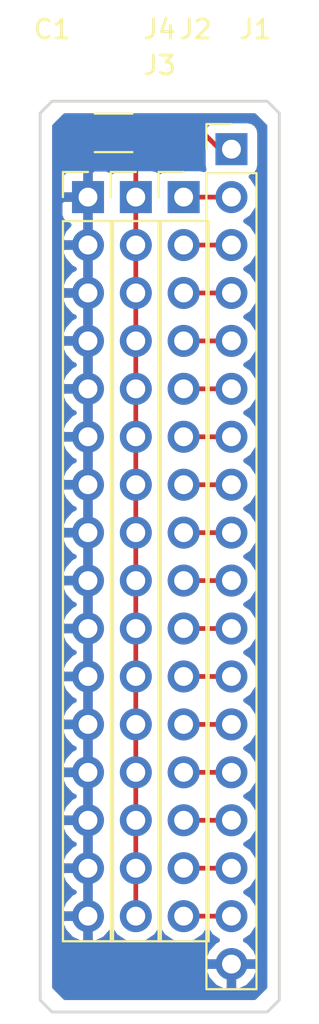
<source format=kicad_pcb>
(kicad_pcb (version 4) (host pcbnew 4.0.7)

  (general
    (links 50)
    (no_connects 0)
    (area 113.362381 88.541428 130.47762 143.105)
    (thickness 1.6)
    (drawings 8)
    (tracks 57)
    (zones 0)
    (modules 5)
    (nets 19)
  )

  (page A4)
  (layers
    (0 F.Cu signal)
    (31 B.Cu signal)
    (32 B.Adhes user)
    (33 F.Adhes user)
    (34 B.Paste user)
    (35 F.Paste user)
    (36 B.SilkS user)
    (37 F.SilkS user)
    (38 B.Mask user)
    (39 F.Mask user)
    (40 Dwgs.User user)
    (41 Cmts.User user)
    (42 Eco1.User user)
    (43 Eco2.User user)
    (44 Edge.Cuts user)
    (45 Margin user)
    (46 B.CrtYd user)
    (47 F.CrtYd user)
    (48 B.Fab user)
    (49 F.Fab user)
  )

  (setup
    (last_trace_width 0.25)
    (trace_clearance 0.2)
    (zone_clearance 0.508)
    (zone_45_only yes)
    (trace_min 0.2)
    (segment_width 0.2)
    (edge_width 0.15)
    (via_size 0.6)
    (via_drill 0.4)
    (via_min_size 0.4)
    (via_min_drill 0.3)
    (uvia_size 0.3)
    (uvia_drill 0.1)
    (uvias_allowed no)
    (uvia_min_size 0.2)
    (uvia_min_drill 0.1)
    (pcb_text_width 0.3)
    (pcb_text_size 1.5 1.5)
    (mod_edge_width 0.15)
    (mod_text_size 1 1)
    (mod_text_width 0.15)
    (pad_size 1.524 1.524)
    (pad_drill 0.762)
    (pad_to_mask_clearance 0.2)
    (aux_axis_origin 0 0)
    (visible_elements 7FFFFFFF)
    (pcbplotparams
      (layerselection 0x010f0_80000001)
      (usegerberextensions false)
      (excludeedgelayer true)
      (linewidth 0.100000)
      (plotframeref false)
      (viasonmask false)
      (mode 1)
      (useauxorigin false)
      (hpglpennumber 1)
      (hpglpenspeed 20)
      (hpglpendiameter 15)
      (hpglpenoverlay 2)
      (psnegative false)
      (psa4output false)
      (plotreference true)
      (plotvalue true)
      (plotinvisibletext false)
      (padsonsilk false)
      (subtractmaskfromsilk false)
      (outputformat 1)
      (mirror false)
      (drillshape 0)
      (scaleselection 1)
      (outputdirectory gerber/))
  )

  (net 0 "")
  (net 1 +5V)
  (net 2 GND)
  (net 3 "Net-(J3-Pad1)")
  (net 4 "Net-(J3-Pad2)")
  (net 5 "Net-(J3-Pad3)")
  (net 6 "Net-(J3-Pad4)")
  (net 7 "Net-(J3-Pad5)")
  (net 8 "Net-(J3-Pad6)")
  (net 9 "Net-(J3-Pad7)")
  (net 10 "Net-(J3-Pad8)")
  (net 11 "Net-(J3-Pad9)")
  (net 12 "Net-(J3-Pad10)")
  (net 13 "Net-(J3-Pad11)")
  (net 14 "Net-(J3-Pad12)")
  (net 15 "Net-(J3-Pad13)")
  (net 16 "Net-(J3-Pad14)")
  (net 17 "Net-(J3-Pad15)")
  (net 18 "Net-(J3-Pad16)")

  (net_class Default "This is the default net class."
    (clearance 0.2)
    (trace_width 0.25)
    (via_dia 0.6)
    (via_drill 0.4)
    (uvia_dia 0.3)
    (uvia_drill 0.1)
    (add_net +5V)
    (add_net GND)
    (add_net "Net-(J3-Pad1)")
    (add_net "Net-(J3-Pad10)")
    (add_net "Net-(J3-Pad11)")
    (add_net "Net-(J3-Pad12)")
    (add_net "Net-(J3-Pad13)")
    (add_net "Net-(J3-Pad14)")
    (add_net "Net-(J3-Pad15)")
    (add_net "Net-(J3-Pad16)")
    (add_net "Net-(J3-Pad2)")
    (add_net "Net-(J3-Pad3)")
    (add_net "Net-(J3-Pad4)")
    (add_net "Net-(J3-Pad5)")
    (add_net "Net-(J3-Pad6)")
    (add_net "Net-(J3-Pad7)")
    (add_net "Net-(J3-Pad8)")
    (add_net "Net-(J3-Pad9)")
  )

  (module Capacitors_SMD:C_1206 (layer F.Cu) (tedit 5E5E5A72) (tstamp 5E5BD2B5)
    (at 119.4689 95.6564 180)
    (descr "Capacitor SMD 1206, reflow soldering, AVX (see smccp.pdf)")
    (tags "capacitor 1206")
    (path /5E5BE13B)
    (attr smd)
    (fp_text reference C1 (at 3.2639 5.4864 180) (layer F.SilkS)
      (effects (font (size 1 1) (thickness 0.15)))
    )
    (fp_text value 104 (at 1.3589 5.4864 270) (layer F.Fab)
      (effects (font (size 1 1) (thickness 0.15)))
    )
    (fp_text user %R (at 2.6289 4.2164 180) (layer F.Fab)
      (effects (font (size 1 1) (thickness 0.15)))
    )
    (fp_line (start -1.6 0.8) (end -1.6 -0.8) (layer F.Fab) (width 0.1))
    (fp_line (start 1.6 0.8) (end -1.6 0.8) (layer F.Fab) (width 0.1))
    (fp_line (start 1.6 -0.8) (end 1.6 0.8) (layer F.Fab) (width 0.1))
    (fp_line (start -1.6 -0.8) (end 1.6 -0.8) (layer F.Fab) (width 0.1))
    (fp_line (start 1 -1.02) (end -1 -1.02) (layer F.SilkS) (width 0.12))
    (fp_line (start -1 1.02) (end 1 1.02) (layer F.SilkS) (width 0.12))
    (fp_line (start -2.25 -1.05) (end 2.25 -1.05) (layer F.CrtYd) (width 0.05))
    (fp_line (start -2.25 -1.05) (end -2.25 1.05) (layer F.CrtYd) (width 0.05))
    (fp_line (start 2.25 1.05) (end 2.25 -1.05) (layer F.CrtYd) (width 0.05))
    (fp_line (start 2.25 1.05) (end -2.25 1.05) (layer F.CrtYd) (width 0.05))
    (pad 1 smd rect (at -1.5 0 180) (size 1 1.6) (layers F.Cu F.Paste F.Mask)
      (net 1 +5V))
    (pad 2 smd rect (at 1.5 0 180) (size 1 1.6) (layers F.Cu F.Paste F.Mask)
      (net 2 GND))
    (model Capacitors_SMD.3dshapes/C_1206.wrl
      (at (xyz 0 0 0))
      (scale (xyz 1 1 1))
      (rotate (xyz 0 0 0))
    )
  )

  (module Pin_Headers:Pin_Header_Straight_1x16_Pitch2.54mm (layer F.Cu) (tedit 5E5E59F3) (tstamp 5E5BD2D9)
    (at 118.11 99.06)
    (descr "Through hole straight pin header, 1x16, 2.54mm pitch, single row")
    (tags "Through hole pin header THT 1x16 2.54mm single row")
    (path /5E5BD26B)
    (fp_text reference J1 (at 8.89 -8.89) (layer F.SilkS)
      (effects (font (size 1 1) (thickness 0.15)))
    )
    (fp_text value Conn_01x16 (at 0 40.43) (layer F.Fab)
      (effects (font (size 1 1) (thickness 0.15)))
    )
    (fp_line (start -0.635 -1.27) (end 1.27 -1.27) (layer F.Fab) (width 0.1))
    (fp_line (start 1.27 -1.27) (end 1.27 39.37) (layer F.Fab) (width 0.1))
    (fp_line (start 1.27 39.37) (end -1.27 39.37) (layer F.Fab) (width 0.1))
    (fp_line (start -1.27 39.37) (end -1.27 -0.635) (layer F.Fab) (width 0.1))
    (fp_line (start -1.27 -0.635) (end -0.635 -1.27) (layer F.Fab) (width 0.1))
    (fp_line (start -1.33 39.43) (end 1.33 39.43) (layer F.SilkS) (width 0.12))
    (fp_line (start -1.33 1.27) (end -1.33 39.43) (layer F.SilkS) (width 0.12))
    (fp_line (start 1.33 1.27) (end 1.33 39.43) (layer F.SilkS) (width 0.12))
    (fp_line (start -1.33 1.27) (end 1.33 1.27) (layer F.SilkS) (width 0.12))
    (fp_line (start -1.33 0) (end -1.33 -1.33) (layer F.SilkS) (width 0.12))
    (fp_line (start -1.33 -1.33) (end 0 -1.33) (layer F.SilkS) (width 0.12))
    (fp_line (start -1.8 -1.8) (end -1.8 39.9) (layer F.CrtYd) (width 0.05))
    (fp_line (start -1.8 39.9) (end 1.8 39.9) (layer F.CrtYd) (width 0.05))
    (fp_line (start 1.8 39.9) (end 1.8 -1.8) (layer F.CrtYd) (width 0.05))
    (fp_line (start 1.8 -1.8) (end -1.8 -1.8) (layer F.CrtYd) (width 0.05))
    (fp_text user %R (at 0 19.05 90) (layer F.Fab)
      (effects (font (size 1 1) (thickness 0.15)))
    )
    (pad 1 thru_hole rect (at 0 0) (size 1.7 1.7) (drill 1) (layers *.Cu *.Mask)
      (net 2 GND))
    (pad 2 thru_hole oval (at 0 2.54) (size 1.7 1.7) (drill 1) (layers *.Cu *.Mask)
      (net 2 GND))
    (pad 3 thru_hole oval (at 0 5.08) (size 1.7 1.7) (drill 1) (layers *.Cu *.Mask)
      (net 2 GND))
    (pad 4 thru_hole oval (at 0 7.62) (size 1.7 1.7) (drill 1) (layers *.Cu *.Mask)
      (net 2 GND))
    (pad 5 thru_hole oval (at 0 10.16) (size 1.7 1.7) (drill 1) (layers *.Cu *.Mask)
      (net 2 GND))
    (pad 6 thru_hole oval (at 0 12.7) (size 1.7 1.7) (drill 1) (layers *.Cu *.Mask)
      (net 2 GND))
    (pad 7 thru_hole oval (at 0 15.24) (size 1.7 1.7) (drill 1) (layers *.Cu *.Mask)
      (net 2 GND))
    (pad 8 thru_hole oval (at 0 17.78) (size 1.7 1.7) (drill 1) (layers *.Cu *.Mask)
      (net 2 GND))
    (pad 9 thru_hole oval (at 0 20.32) (size 1.7 1.7) (drill 1) (layers *.Cu *.Mask)
      (net 2 GND))
    (pad 10 thru_hole oval (at 0 22.86) (size 1.7 1.7) (drill 1) (layers *.Cu *.Mask)
      (net 2 GND))
    (pad 11 thru_hole oval (at 0 25.4) (size 1.7 1.7) (drill 1) (layers *.Cu *.Mask)
      (net 2 GND))
    (pad 12 thru_hole oval (at 0 27.94) (size 1.7 1.7) (drill 1) (layers *.Cu *.Mask)
      (net 2 GND))
    (pad 13 thru_hole oval (at 0 30.48) (size 1.7 1.7) (drill 1) (layers *.Cu *.Mask)
      (net 2 GND))
    (pad 14 thru_hole oval (at 0 33.02) (size 1.7 1.7) (drill 1) (layers *.Cu *.Mask)
      (net 2 GND))
    (pad 15 thru_hole oval (at 0 35.56) (size 1.7 1.7) (drill 1) (layers *.Cu *.Mask)
      (net 2 GND))
    (pad 16 thru_hole oval (at 0 38.1) (size 1.7 1.7) (drill 1) (layers *.Cu *.Mask)
      (net 2 GND))
    (model ${KISYS3DMOD}/Pin_Headers.3dshapes/Pin_Header_Straight_1x16_Pitch2.54mm.wrl
      (at (xyz 0 0 0))
      (scale (xyz 1 1 1))
      (rotate (xyz 0 0 0))
    )
  )

  (module Pin_Headers:Pin_Header_Straight_1x16_Pitch2.54mm (layer F.Cu) (tedit 5E5E59F1) (tstamp 5E5BD2FD)
    (at 120.65 99.06)
    (descr "Through hole straight pin header, 1x16, 2.54mm pitch, single row")
    (tags "Through hole pin header THT 1x16 2.54mm single row")
    (path /5E5BD251)
    (fp_text reference J2 (at 3.175 -8.89) (layer F.SilkS)
      (effects (font (size 1 1) (thickness 0.15)))
    )
    (fp_text value Conn_01x16 (at 0 40.43) (layer F.Fab)
      (effects (font (size 1 1) (thickness 0.15)))
    )
    (fp_line (start -0.635 -1.27) (end 1.27 -1.27) (layer F.Fab) (width 0.1))
    (fp_line (start 1.27 -1.27) (end 1.27 39.37) (layer F.Fab) (width 0.1))
    (fp_line (start 1.27 39.37) (end -1.27 39.37) (layer F.Fab) (width 0.1))
    (fp_line (start -1.27 39.37) (end -1.27 -0.635) (layer F.Fab) (width 0.1))
    (fp_line (start -1.27 -0.635) (end -0.635 -1.27) (layer F.Fab) (width 0.1))
    (fp_line (start -1.33 39.43) (end 1.33 39.43) (layer F.SilkS) (width 0.12))
    (fp_line (start -1.33 1.27) (end -1.33 39.43) (layer F.SilkS) (width 0.12))
    (fp_line (start 1.33 1.27) (end 1.33 39.43) (layer F.SilkS) (width 0.12))
    (fp_line (start -1.33 1.27) (end 1.33 1.27) (layer F.SilkS) (width 0.12))
    (fp_line (start -1.33 0) (end -1.33 -1.33) (layer F.SilkS) (width 0.12))
    (fp_line (start -1.33 -1.33) (end 0 -1.33) (layer F.SilkS) (width 0.12))
    (fp_line (start -1.8 -1.8) (end -1.8 39.9) (layer F.CrtYd) (width 0.05))
    (fp_line (start -1.8 39.9) (end 1.8 39.9) (layer F.CrtYd) (width 0.05))
    (fp_line (start 1.8 39.9) (end 1.8 -1.8) (layer F.CrtYd) (width 0.05))
    (fp_line (start 1.8 -1.8) (end -1.8 -1.8) (layer F.CrtYd) (width 0.05))
    (fp_text user %R (at 0 19.05 90) (layer F.Fab)
      (effects (font (size 1 1) (thickness 0.15)))
    )
    (pad 1 thru_hole rect (at 0 0) (size 1.7 1.7) (drill 1) (layers *.Cu *.Mask)
      (net 1 +5V))
    (pad 2 thru_hole oval (at 0 2.54) (size 1.7 1.7) (drill 1) (layers *.Cu *.Mask)
      (net 1 +5V))
    (pad 3 thru_hole oval (at 0 5.08) (size 1.7 1.7) (drill 1) (layers *.Cu *.Mask)
      (net 1 +5V))
    (pad 4 thru_hole oval (at 0 7.62) (size 1.7 1.7) (drill 1) (layers *.Cu *.Mask)
      (net 1 +5V))
    (pad 5 thru_hole oval (at 0 10.16) (size 1.7 1.7) (drill 1) (layers *.Cu *.Mask)
      (net 1 +5V))
    (pad 6 thru_hole oval (at 0 12.7) (size 1.7 1.7) (drill 1) (layers *.Cu *.Mask)
      (net 1 +5V))
    (pad 7 thru_hole oval (at 0 15.24) (size 1.7 1.7) (drill 1) (layers *.Cu *.Mask)
      (net 1 +5V))
    (pad 8 thru_hole oval (at 0 17.78) (size 1.7 1.7) (drill 1) (layers *.Cu *.Mask)
      (net 1 +5V))
    (pad 9 thru_hole oval (at 0 20.32) (size 1.7 1.7) (drill 1) (layers *.Cu *.Mask)
      (net 1 +5V))
    (pad 10 thru_hole oval (at 0 22.86) (size 1.7 1.7) (drill 1) (layers *.Cu *.Mask)
      (net 1 +5V))
    (pad 11 thru_hole oval (at 0 25.4) (size 1.7 1.7) (drill 1) (layers *.Cu *.Mask)
      (net 1 +5V))
    (pad 12 thru_hole oval (at 0 27.94) (size 1.7 1.7) (drill 1) (layers *.Cu *.Mask)
      (net 1 +5V))
    (pad 13 thru_hole oval (at 0 30.48) (size 1.7 1.7) (drill 1) (layers *.Cu *.Mask)
      (net 1 +5V))
    (pad 14 thru_hole oval (at 0 33.02) (size 1.7 1.7) (drill 1) (layers *.Cu *.Mask)
      (net 1 +5V))
    (pad 15 thru_hole oval (at 0 35.56) (size 1.7 1.7) (drill 1) (layers *.Cu *.Mask)
      (net 1 +5V))
    (pad 16 thru_hole oval (at 0 38.1) (size 1.7 1.7) (drill 1) (layers *.Cu *.Mask)
      (net 1 +5V))
    (model ${KISYS3DMOD}/Pin_Headers.3dshapes/Pin_Header_Straight_1x16_Pitch2.54mm.wrl
      (at (xyz 0 0 0))
      (scale (xyz 1 1 1))
      (rotate (xyz 0 0 0))
    )
  )

  (module Pin_Headers:Pin_Header_Straight_1x16_Pitch2.54mm (layer F.Cu) (tedit 5E5E59EF) (tstamp 5E5BD321)
    (at 123.19 99.06)
    (descr "Through hole straight pin header, 1x16, 2.54mm pitch, single row")
    (tags "Through hole pin header THT 1x16 2.54mm single row")
    (path /5E5BD238)
    (fp_text reference J3 (at -1.27 -6.985) (layer F.SilkS)
      (effects (font (size 1 1) (thickness 0.15)))
    )
    (fp_text value Conn_01x16 (at 0 40.43) (layer F.Fab)
      (effects (font (size 1 1) (thickness 0.15)))
    )
    (fp_line (start -0.635 -1.27) (end 1.27 -1.27) (layer F.Fab) (width 0.1))
    (fp_line (start 1.27 -1.27) (end 1.27 39.37) (layer F.Fab) (width 0.1))
    (fp_line (start 1.27 39.37) (end -1.27 39.37) (layer F.Fab) (width 0.1))
    (fp_line (start -1.27 39.37) (end -1.27 -0.635) (layer F.Fab) (width 0.1))
    (fp_line (start -1.27 -0.635) (end -0.635 -1.27) (layer F.Fab) (width 0.1))
    (fp_line (start -1.33 39.43) (end 1.33 39.43) (layer F.SilkS) (width 0.12))
    (fp_line (start -1.33 1.27) (end -1.33 39.43) (layer F.SilkS) (width 0.12))
    (fp_line (start 1.33 1.27) (end 1.33 39.43) (layer F.SilkS) (width 0.12))
    (fp_line (start -1.33 1.27) (end 1.33 1.27) (layer F.SilkS) (width 0.12))
    (fp_line (start -1.33 0) (end -1.33 -1.33) (layer F.SilkS) (width 0.12))
    (fp_line (start -1.33 -1.33) (end 0 -1.33) (layer F.SilkS) (width 0.12))
    (fp_line (start -1.8 -1.8) (end -1.8 39.9) (layer F.CrtYd) (width 0.05))
    (fp_line (start -1.8 39.9) (end 1.8 39.9) (layer F.CrtYd) (width 0.05))
    (fp_line (start 1.8 39.9) (end 1.8 -1.8) (layer F.CrtYd) (width 0.05))
    (fp_line (start 1.8 -1.8) (end -1.8 -1.8) (layer F.CrtYd) (width 0.05))
    (fp_text user %R (at 0 19.05 90) (layer F.Fab)
      (effects (font (size 1 1) (thickness 0.15)))
    )
    (pad 1 thru_hole rect (at 0 0) (size 1.7 1.7) (drill 1) (layers *.Cu *.Mask)
      (net 3 "Net-(J3-Pad1)"))
    (pad 2 thru_hole oval (at 0 2.54) (size 1.7 1.7) (drill 1) (layers *.Cu *.Mask)
      (net 4 "Net-(J3-Pad2)"))
    (pad 3 thru_hole oval (at 0 5.08) (size 1.7 1.7) (drill 1) (layers *.Cu *.Mask)
      (net 5 "Net-(J3-Pad3)"))
    (pad 4 thru_hole oval (at 0 7.62) (size 1.7 1.7) (drill 1) (layers *.Cu *.Mask)
      (net 6 "Net-(J3-Pad4)"))
    (pad 5 thru_hole oval (at 0 10.16) (size 1.7 1.7) (drill 1) (layers *.Cu *.Mask)
      (net 7 "Net-(J3-Pad5)"))
    (pad 6 thru_hole oval (at 0 12.7) (size 1.7 1.7) (drill 1) (layers *.Cu *.Mask)
      (net 8 "Net-(J3-Pad6)"))
    (pad 7 thru_hole oval (at 0 15.24) (size 1.7 1.7) (drill 1) (layers *.Cu *.Mask)
      (net 9 "Net-(J3-Pad7)"))
    (pad 8 thru_hole oval (at 0 17.78) (size 1.7 1.7) (drill 1) (layers *.Cu *.Mask)
      (net 10 "Net-(J3-Pad8)"))
    (pad 9 thru_hole oval (at 0 20.32) (size 1.7 1.7) (drill 1) (layers *.Cu *.Mask)
      (net 11 "Net-(J3-Pad9)"))
    (pad 10 thru_hole oval (at 0 22.86) (size 1.7 1.7) (drill 1) (layers *.Cu *.Mask)
      (net 12 "Net-(J3-Pad10)"))
    (pad 11 thru_hole oval (at 0 25.4) (size 1.7 1.7) (drill 1) (layers *.Cu *.Mask)
      (net 13 "Net-(J3-Pad11)"))
    (pad 12 thru_hole oval (at 0 27.94) (size 1.7 1.7) (drill 1) (layers *.Cu *.Mask)
      (net 14 "Net-(J3-Pad12)"))
    (pad 13 thru_hole oval (at 0 30.48) (size 1.7 1.7) (drill 1) (layers *.Cu *.Mask)
      (net 15 "Net-(J3-Pad13)"))
    (pad 14 thru_hole oval (at 0 33.02) (size 1.7 1.7) (drill 1) (layers *.Cu *.Mask)
      (net 16 "Net-(J3-Pad14)"))
    (pad 15 thru_hole oval (at 0 35.56) (size 1.7 1.7) (drill 1) (layers *.Cu *.Mask)
      (net 17 "Net-(J3-Pad15)"))
    (pad 16 thru_hole oval (at 0 38.1) (size 1.7 1.7) (drill 1) (layers *.Cu *.Mask)
      (net 18 "Net-(J3-Pad16)"))
    (model ${KISYS3DMOD}/Pin_Headers.3dshapes/Pin_Header_Straight_1x16_Pitch2.54mm.wrl
      (at (xyz 0 0 0))
      (scale (xyz 1 1 1))
      (rotate (xyz 0 0 0))
    )
  )

  (module Pin_Headers:Pin_Header_Straight_1x18_Pitch2.54mm (layer F.Cu) (tedit 5E5E59EC) (tstamp 5E5BD347)
    (at 125.73 96.52)
    (descr "Through hole straight pin header, 1x18, 2.54mm pitch, single row")
    (tags "Through hole pin header THT 1x18 2.54mm single row")
    (path /5E5BCCAD)
    (fp_text reference J4 (at -3.81 -6.35) (layer F.SilkS)
      (effects (font (size 1 1) (thickness 0.15)))
    )
    (fp_text value Conn_01x18 (at 0 45.51) (layer F.Fab)
      (effects (font (size 1 1) (thickness 0.15)))
    )
    (fp_line (start -0.635 -1.27) (end 1.27 -1.27) (layer F.Fab) (width 0.1))
    (fp_line (start 1.27 -1.27) (end 1.27 44.45) (layer F.Fab) (width 0.1))
    (fp_line (start 1.27 44.45) (end -1.27 44.45) (layer F.Fab) (width 0.1))
    (fp_line (start -1.27 44.45) (end -1.27 -0.635) (layer F.Fab) (width 0.1))
    (fp_line (start -1.27 -0.635) (end -0.635 -1.27) (layer F.Fab) (width 0.1))
    (fp_line (start -1.33 44.51) (end 1.33 44.51) (layer F.SilkS) (width 0.12))
    (fp_line (start -1.33 1.27) (end -1.33 44.51) (layer F.SilkS) (width 0.12))
    (fp_line (start 1.33 1.27) (end 1.33 44.51) (layer F.SilkS) (width 0.12))
    (fp_line (start -1.33 1.27) (end 1.33 1.27) (layer F.SilkS) (width 0.12))
    (fp_line (start -1.33 0) (end -1.33 -1.33) (layer F.SilkS) (width 0.12))
    (fp_line (start -1.33 -1.33) (end 0 -1.33) (layer F.SilkS) (width 0.12))
    (fp_line (start -1.8 -1.8) (end -1.8 44.95) (layer F.CrtYd) (width 0.05))
    (fp_line (start -1.8 44.95) (end 1.8 44.95) (layer F.CrtYd) (width 0.05))
    (fp_line (start 1.8 44.95) (end 1.8 -1.8) (layer F.CrtYd) (width 0.05))
    (fp_line (start 1.8 -1.8) (end -1.8 -1.8) (layer F.CrtYd) (width 0.05))
    (fp_text user %R (at 0 21.59 90) (layer F.Fab)
      (effects (font (size 1 1) (thickness 0.15)))
    )
    (pad 1 thru_hole rect (at 0 0) (size 1.7 1.7) (drill 1) (layers *.Cu *.Mask)
      (net 1 +5V))
    (pad 2 thru_hole oval (at 0 2.54) (size 1.7 1.7) (drill 1) (layers *.Cu *.Mask)
      (net 3 "Net-(J3-Pad1)"))
    (pad 3 thru_hole oval (at 0 5.08) (size 1.7 1.7) (drill 1) (layers *.Cu *.Mask)
      (net 4 "Net-(J3-Pad2)"))
    (pad 4 thru_hole oval (at 0 7.62) (size 1.7 1.7) (drill 1) (layers *.Cu *.Mask)
      (net 5 "Net-(J3-Pad3)"))
    (pad 5 thru_hole oval (at 0 10.16) (size 1.7 1.7) (drill 1) (layers *.Cu *.Mask)
      (net 6 "Net-(J3-Pad4)"))
    (pad 6 thru_hole oval (at 0 12.7) (size 1.7 1.7) (drill 1) (layers *.Cu *.Mask)
      (net 7 "Net-(J3-Pad5)"))
    (pad 7 thru_hole oval (at 0 15.24) (size 1.7 1.7) (drill 1) (layers *.Cu *.Mask)
      (net 8 "Net-(J3-Pad6)"))
    (pad 8 thru_hole oval (at 0 17.78) (size 1.7 1.7) (drill 1) (layers *.Cu *.Mask)
      (net 9 "Net-(J3-Pad7)"))
    (pad 9 thru_hole oval (at 0 20.32) (size 1.7 1.7) (drill 1) (layers *.Cu *.Mask)
      (net 10 "Net-(J3-Pad8)"))
    (pad 10 thru_hole oval (at 0 22.86) (size 1.7 1.7) (drill 1) (layers *.Cu *.Mask)
      (net 11 "Net-(J3-Pad9)"))
    (pad 11 thru_hole oval (at 0 25.4) (size 1.7 1.7) (drill 1) (layers *.Cu *.Mask)
      (net 12 "Net-(J3-Pad10)"))
    (pad 12 thru_hole oval (at 0 27.94) (size 1.7 1.7) (drill 1) (layers *.Cu *.Mask)
      (net 13 "Net-(J3-Pad11)"))
    (pad 13 thru_hole oval (at 0 30.48) (size 1.7 1.7) (drill 1) (layers *.Cu *.Mask)
      (net 14 "Net-(J3-Pad12)"))
    (pad 14 thru_hole oval (at 0 33.02) (size 1.7 1.7) (drill 1) (layers *.Cu *.Mask)
      (net 15 "Net-(J3-Pad13)"))
    (pad 15 thru_hole oval (at 0 35.56) (size 1.7 1.7) (drill 1) (layers *.Cu *.Mask)
      (net 16 "Net-(J3-Pad14)"))
    (pad 16 thru_hole oval (at 0 38.1) (size 1.7 1.7) (drill 1) (layers *.Cu *.Mask)
      (net 17 "Net-(J3-Pad15)"))
    (pad 17 thru_hole oval (at 0 40.64) (size 1.7 1.7) (drill 1) (layers *.Cu *.Mask)
      (net 18 "Net-(J3-Pad16)"))
    (pad 18 thru_hole oval (at 0 43.18) (size 1.7 1.7) (drill 1) (layers *.Cu *.Mask)
      (net 2 GND))
    (model ${KISYS3DMOD}/Pin_Headers.3dshapes/Pin_Header_Straight_1x18_Pitch2.54mm.wrl
      (at (xyz 0 0 0))
      (scale (xyz 1 1 1))
      (rotate (xyz 0 0 0))
    )
  )

  (gr_line (start 115.57 141.605) (end 115.57 94.615) (angle 90) (layer Edge.Cuts) (width 0.15))
  (gr_line (start 116.205 142.24) (end 115.57 141.605) (angle 90) (layer Edge.Cuts) (width 0.15))
  (gr_line (start 127.635 142.24) (end 116.205 142.24) (angle 90) (layer Edge.Cuts) (width 0.15))
  (gr_line (start 128.27 141.605) (end 127.635 142.24) (angle 90) (layer Edge.Cuts) (width 0.15))
  (gr_line (start 128.27 94.615) (end 128.27 141.605) (angle 90) (layer Edge.Cuts) (width 0.15))
  (gr_line (start 127.635 93.98) (end 128.27 94.615) (angle 90) (layer Edge.Cuts) (width 0.15))
  (gr_line (start 116.205 93.98) (end 127.635 93.98) (angle 90) (layer Edge.Cuts) (width 0.15))
  (gr_line (start 115.57 94.615) (end 116.205 93.98) (angle 90) (layer Edge.Cuts) (width 0.15))

  (segment (start 120.65 119.38) (end 120.65 121.92) (width 0.25) (layer F.Cu) (net 1))
  (segment (start 120.65 116.84) (end 120.65 119.38) (width 0.25) (layer F.Cu) (net 1))
  (segment (start 120.65 124.46) (end 120.65 121.92) (width 0.25) (layer F.Cu) (net 1))
  (segment (start 120.65 127) (end 120.65 124.46) (width 0.25) (layer F.Cu) (net 1))
  (segment (start 120.65 129.54) (end 120.65 127) (width 0.25) (layer F.Cu) (net 1))
  (segment (start 120.65 132.08) (end 120.65 129.54) (width 0.25) (layer F.Cu) (net 1))
  (segment (start 120.65 134.62) (end 120.65 132.08) (width 0.25) (layer F.Cu) (net 1))
  (segment (start 120.65 137.16) (end 120.65 134.62) (width 0.25) (layer F.Cu) (net 1))
  (segment (start 120.65 114.3) (end 120.65 116.84) (width 0.25) (layer F.Cu) (net 1))
  (segment (start 120.65 111.76) (end 120.65 114.3) (width 0.25) (layer F.Cu) (net 1))
  (segment (start 120.65 109.22) (end 120.65 111.76) (width 0.25) (layer F.Cu) (net 1))
  (segment (start 120.65 106.68) (end 120.65 109.22) (width 0.25) (layer F.Cu) (net 1))
  (segment (start 120.65 104.14) (end 120.65 106.68) (width 0.25) (layer F.Cu) (net 1))
  (segment (start 120.65 101.6) (end 120.65 104.14) (width 0.25) (layer F.Cu) (net 1))
  (segment (start 120.65 99.06) (end 120.65 101.6) (width 0.25) (layer F.Cu) (net 1))
  (segment (start 120.9689 95.6564) (end 120.9689 96.2011) (width 0.25) (layer F.Cu) (net 1))
  (segment (start 120.9689 96.2011) (end 120.65 96.52) (width 0.25) (layer F.Cu) (net 1) (tstamp 5E5BD600))
  (segment (start 120.65 96.52) (end 120.65 99.06) (width 0.25) (layer F.Cu) (net 1) (tstamp 5E5BD602))
  (segment (start 125.73 96.52) (end 125.095 96.52) (width 0.25) (layer F.Cu) (net 1))
  (segment (start 125.095 96.52) (end 124.2314 95.6564) (width 0.25) (layer F.Cu) (net 1) (tstamp 5E5BD5B9))
  (segment (start 124.2314 95.6564) (end 120.9689 95.6564) (width 0.25) (layer F.Cu) (net 1) (tstamp 5E5BD5F3))
  (segment (start 118.11 99.06) (end 118.11 95.7975) (width 0.25) (layer F.Cu) (net 2))
  (segment (start 118.11 95.7975) (end 117.9689 95.6564) (width 0.25) (layer F.Cu) (net 2) (tstamp 5E5BD6C0))
  (segment (start 118.11 114.3) (end 118.11 116.84) (width 0.25) (layer F.Cu) (net 2))
  (segment (start 118.11 111.76) (end 118.11 114.3) (width 0.25) (layer F.Cu) (net 2))
  (segment (start 118.11 109.22) (end 118.11 111.76) (width 0.25) (layer F.Cu) (net 2))
  (segment (start 118.11 106.68) (end 118.11 109.22) (width 0.25) (layer F.Cu) (net 2))
  (segment (start 118.11 104.14) (end 118.11 106.68) (width 0.25) (layer F.Cu) (net 2))
  (segment (start 118.11 101.6) (end 118.11 104.14) (width 0.25) (layer F.Cu) (net 2))
  (segment (start 118.11 99.06) (end 118.11 101.6) (width 0.25) (layer F.Cu) (net 2))
  (segment (start 118.11 116.84) (end 118.11 119.38) (width 0.25) (layer F.Cu) (net 2))
  (segment (start 118.11 121.92) (end 118.11 119.38) (width 0.25) (layer F.Cu) (net 2))
  (segment (start 118.11 124.46) (end 118.11 121.92) (width 0.25) (layer F.Cu) (net 2))
  (segment (start 118.11 127) (end 118.11 124.46) (width 0.25) (layer F.Cu) (net 2))
  (segment (start 118.11 129.54) (end 118.11 127) (width 0.25) (layer F.Cu) (net 2))
  (segment (start 118.11 132.08) (end 118.11 129.54) (width 0.25) (layer F.Cu) (net 2))
  (segment (start 118.11 134.62) (end 118.11 132.08) (width 0.25) (layer F.Cu) (net 2))
  (segment (start 118.11 137.16) (end 118.11 134.62) (width 0.25) (layer F.Cu) (net 2))
  (segment (start 125.73 139.7) (end 118.745 139.7) (width 0.25) (layer F.Cu) (net 2))
  (segment (start 118.11 139.065) (end 118.11 137.16) (width 0.25) (layer F.Cu) (net 2) (tstamp 5E5BD696))
  (segment (start 118.745 139.7) (end 118.11 139.065) (width 0.25) (layer F.Cu) (net 2) (tstamp 5E5BD695))
  (segment (start 123.19 99.06) (end 125.73 99.06) (width 0.25) (layer F.Cu) (net 3))
  (segment (start 125.73 101.6) (end 123.19 101.6) (width 0.25) (layer F.Cu) (net 4))
  (segment (start 125.73 104.14) (end 123.19 104.14) (width 0.25) (layer F.Cu) (net 5))
  (segment (start 125.73 106.68) (end 123.19 106.68) (width 0.25) (layer F.Cu) (net 6))
  (segment (start 123.19 109.22) (end 125.73 109.22) (width 0.25) (layer F.Cu) (net 7))
  (segment (start 125.73 111.76) (end 123.19 111.76) (width 0.25) (layer F.Cu) (net 8))
  (segment (start 123.19 114.3) (end 125.73 114.3) (width 0.25) (layer F.Cu) (net 9))
  (segment (start 125.73 116.84) (end 123.19 116.84) (width 0.25) (layer F.Cu) (net 10))
  (segment (start 123.19 119.38) (end 125.73 119.38) (width 0.25) (layer F.Cu) (net 11))
  (segment (start 125.73 121.92) (end 123.19 121.92) (width 0.25) (layer F.Cu) (net 12))
  (segment (start 125.73 124.46) (end 123.19 124.46) (width 0.25) (layer F.Cu) (net 13))
  (segment (start 125.73 127) (end 123.19 127) (width 0.25) (layer F.Cu) (net 14))
  (segment (start 125.73 129.54) (end 123.19 129.54) (width 0.25) (layer F.Cu) (net 15))
  (segment (start 125.73 132.08) (end 123.19 132.08) (width 0.25) (layer F.Cu) (net 16))
  (segment (start 125.73 134.62) (end 123.19 134.62) (width 0.25) (layer F.Cu) (net 17))
  (segment (start 125.73 137.16) (end 123.19 137.16) (width 0.25) (layer F.Cu) (net 18))

  (zone (net 2) (net_name GND) (layer F.Cu) (tstamp 5E5E58F2) (hatch edge 0.508)
    (connect_pads (clearance 0.508))
    (min_thickness 0.254)
    (fill yes (arc_segments 16) (thermal_gap 0.508) (thermal_bridge_width 0.508))
    (polygon
      (pts
        (xy 127.635 95.25) (xy 127.635 140.97) (xy 127 141.605) (xy 116.84 141.605) (xy 116.205 140.97)
        (xy 116.205 95.25) (xy 116.84 94.615) (xy 127 94.615)
      )
    )
    (filled_polygon
      (pts
        (xy 119.82146 94.8564) (xy 119.82146 96.4564) (xy 119.865738 96.691717) (xy 119.89 96.729421) (xy 119.89 97.56256)
        (xy 119.8 97.56256) (xy 119.564683 97.606838) (xy 119.376169 97.728144) (xy 119.319698 97.671673) (xy 119.086309 97.575)
        (xy 118.39575 97.575) (xy 118.237 97.73375) (xy 118.237 98.933) (xy 118.257 98.933) (xy 118.257 99.187)
        (xy 118.237 99.187) (xy 118.237 101.473) (xy 118.257 101.473) (xy 118.257 101.727) (xy 118.237 101.727)
        (xy 118.237 104.013) (xy 118.257 104.013) (xy 118.257 104.267) (xy 118.237 104.267) (xy 118.237 106.553)
        (xy 118.257 106.553) (xy 118.257 106.807) (xy 118.237 106.807) (xy 118.237 109.093) (xy 118.257 109.093)
        (xy 118.257 109.347) (xy 118.237 109.347) (xy 118.237 111.633) (xy 118.257 111.633) (xy 118.257 111.887)
        (xy 118.237 111.887) (xy 118.237 114.173) (xy 118.257 114.173) (xy 118.257 114.427) (xy 118.237 114.427)
        (xy 118.237 116.713) (xy 118.257 116.713) (xy 118.257 116.967) (xy 118.237 116.967) (xy 118.237 119.253)
        (xy 118.257 119.253) (xy 118.257 119.507) (xy 118.237 119.507) (xy 118.237 121.793) (xy 118.257 121.793)
        (xy 118.257 122.047) (xy 118.237 122.047) (xy 118.237 124.333) (xy 118.257 124.333) (xy 118.257 124.587)
        (xy 118.237 124.587) (xy 118.237 126.873) (xy 118.257 126.873) (xy 118.257 127.127) (xy 118.237 127.127)
        (xy 118.237 129.413) (xy 118.257 129.413) (xy 118.257 129.667) (xy 118.237 129.667) (xy 118.237 131.953)
        (xy 118.257 131.953) (xy 118.257 132.207) (xy 118.237 132.207) (xy 118.237 134.493) (xy 118.257 134.493)
        (xy 118.257 134.747) (xy 118.237 134.747) (xy 118.237 137.033) (xy 118.257 137.033) (xy 118.257 137.287)
        (xy 118.237 137.287) (xy 118.237 138.480819) (xy 118.466892 138.601486) (xy 118.991358 138.355183) (xy 119.381645 137.926924)
        (xy 119.381655 137.926899) (xy 119.570853 138.210054) (xy 120.052622 138.531961) (xy 120.620907 138.645) (xy 120.679093 138.645)
        (xy 121.247378 138.531961) (xy 121.729147 138.210054) (xy 121.92 137.924422) (xy 122.110853 138.210054) (xy 122.592622 138.531961)
        (xy 123.160907 138.645) (xy 123.219093 138.645) (xy 123.787378 138.531961) (xy 124.269147 138.210054) (xy 124.46 137.924422)
        (xy 124.650853 138.210054) (xy 124.991553 138.437702) (xy 124.848642 138.504817) (xy 124.458355 138.933076) (xy 124.288524 139.34311)
        (xy 124.409845 139.573) (xy 125.603 139.573) (xy 125.603 139.553) (xy 125.857 139.553) (xy 125.857 139.573)
        (xy 127.050155 139.573) (xy 127.171476 139.34311) (xy 127.001645 138.933076) (xy 126.611358 138.504817) (xy 126.468447 138.437702)
        (xy 126.809147 138.210054) (xy 127.131054 137.728285) (xy 127.244093 137.16) (xy 127.131054 136.591715) (xy 126.809147 136.109946)
        (xy 126.479974 135.89) (xy 126.809147 135.670054) (xy 127.131054 135.188285) (xy 127.244093 134.62) (xy 127.131054 134.051715)
        (xy 126.809147 133.569946) (xy 126.479974 133.35) (xy 126.809147 133.130054) (xy 127.131054 132.648285) (xy 127.244093 132.08)
        (xy 127.131054 131.511715) (xy 126.809147 131.029946) (xy 126.479974 130.81) (xy 126.809147 130.590054) (xy 127.131054 130.108285)
        (xy 127.244093 129.54) (xy 127.131054 128.971715) (xy 126.809147 128.489946) (xy 126.479974 128.27) (xy 126.809147 128.050054)
        (xy 127.131054 127.568285) (xy 127.244093 127) (xy 127.131054 126.431715) (xy 126.809147 125.949946) (xy 126.479974 125.73)
        (xy 126.809147 125.510054) (xy 127.131054 125.028285) (xy 127.244093 124.46) (xy 127.131054 123.891715) (xy 126.809147 123.409946)
        (xy 126.479974 123.19) (xy 126.809147 122.970054) (xy 127.131054 122.488285) (xy 127.244093 121.92) (xy 127.131054 121.351715)
        (xy 126.809147 120.869946) (xy 126.479974 120.65) (xy 126.809147 120.430054) (xy 127.131054 119.948285) (xy 127.244093 119.38)
        (xy 127.131054 118.811715) (xy 126.809147 118.329946) (xy 126.479974 118.11) (xy 126.809147 117.890054) (xy 127.131054 117.408285)
        (xy 127.244093 116.84) (xy 127.131054 116.271715) (xy 126.809147 115.789946) (xy 126.479974 115.57) (xy 126.809147 115.350054)
        (xy 127.131054 114.868285) (xy 127.244093 114.3) (xy 127.131054 113.731715) (xy 126.809147 113.249946) (xy 126.479974 113.03)
        (xy 126.809147 112.810054) (xy 127.131054 112.328285) (xy 127.244093 111.76) (xy 127.131054 111.191715) (xy 126.809147 110.709946)
        (xy 126.479974 110.49) (xy 126.809147 110.270054) (xy 127.131054 109.788285) (xy 127.244093 109.22) (xy 127.131054 108.651715)
        (xy 126.809147 108.169946) (xy 126.479974 107.95) (xy 126.809147 107.730054) (xy 127.131054 107.248285) (xy 127.244093 106.68)
        (xy 127.131054 106.111715) (xy 126.809147 105.629946) (xy 126.479974 105.41) (xy 126.809147 105.190054) (xy 127.131054 104.708285)
        (xy 127.244093 104.14) (xy 127.131054 103.571715) (xy 126.809147 103.089946) (xy 126.479974 102.87) (xy 126.809147 102.650054)
        (xy 127.131054 102.168285) (xy 127.244093 101.6) (xy 127.131054 101.031715) (xy 126.809147 100.549946) (xy 126.479974 100.33)
        (xy 126.809147 100.110054) (xy 127.131054 99.628285) (xy 127.244093 99.06) (xy 127.131054 98.491715) (xy 126.809147 98.009946)
        (xy 126.767548 97.98215) (xy 126.815317 97.973162) (xy 127.031441 97.83409) (xy 127.176431 97.62189) (xy 127.22744 97.37)
        (xy 127.22744 95.67) (xy 127.183162 95.434683) (xy 127.04409 95.218559) (xy 126.83189 95.073569) (xy 126.58 95.02256)
        (xy 124.88 95.02256) (xy 124.680617 95.060077) (xy 124.522239 94.954252) (xy 124.2314 94.8964) (xy 122.11634 94.8964)
        (xy 122.11634 94.8564) (xy 122.094814 94.742) (xy 126.947394 94.742) (xy 127.508 95.302606) (xy 127.508 140.917394)
        (xy 126.947394 141.478) (xy 116.892606 141.478) (xy 116.332 140.917394) (xy 116.332 140.05689) (xy 124.288524 140.05689)
        (xy 124.458355 140.466924) (xy 124.848642 140.895183) (xy 125.373108 141.141486) (xy 125.603 141.020819) (xy 125.603 139.827)
        (xy 125.857 139.827) (xy 125.857 141.020819) (xy 126.086892 141.141486) (xy 126.611358 140.895183) (xy 127.001645 140.466924)
        (xy 127.171476 140.05689) (xy 127.050155 139.827) (xy 125.857 139.827) (xy 125.603 139.827) (xy 124.409845 139.827)
        (xy 124.288524 140.05689) (xy 116.332 140.05689) (xy 116.332 137.51689) (xy 116.668524 137.51689) (xy 116.838355 137.926924)
        (xy 117.228642 138.355183) (xy 117.753108 138.601486) (xy 117.983 138.480819) (xy 117.983 137.287) (xy 116.789845 137.287)
        (xy 116.668524 137.51689) (xy 116.332 137.51689) (xy 116.332 134.97689) (xy 116.668524 134.97689) (xy 116.838355 135.386924)
        (xy 117.228642 135.815183) (xy 117.387954 135.89) (xy 117.228642 135.964817) (xy 116.838355 136.393076) (xy 116.668524 136.80311)
        (xy 116.789845 137.033) (xy 117.983 137.033) (xy 117.983 134.747) (xy 116.789845 134.747) (xy 116.668524 134.97689)
        (xy 116.332 134.97689) (xy 116.332 132.43689) (xy 116.668524 132.43689) (xy 116.838355 132.846924) (xy 117.228642 133.275183)
        (xy 117.387954 133.35) (xy 117.228642 133.424817) (xy 116.838355 133.853076) (xy 116.668524 134.26311) (xy 116.789845 134.493)
        (xy 117.983 134.493) (xy 117.983 132.207) (xy 116.789845 132.207) (xy 116.668524 132.43689) (xy 116.332 132.43689)
        (xy 116.332 129.89689) (xy 116.668524 129.89689) (xy 116.838355 130.306924) (xy 117.228642 130.735183) (xy 117.387954 130.81)
        (xy 117.228642 130.884817) (xy 116.838355 131.313076) (xy 116.668524 131.72311) (xy 116.789845 131.953) (xy 117.983 131.953)
        (xy 117.983 129.667) (xy 116.789845 129.667) (xy 116.668524 129.89689) (xy 116.332 129.89689) (xy 116.332 127.35689)
        (xy 116.668524 127.35689) (xy 116.838355 127.766924) (xy 117.228642 128.195183) (xy 117.387954 128.27) (xy 117.228642 128.344817)
        (xy 116.838355 128.773076) (xy 116.668524 129.18311) (xy 116.789845 129.413) (xy 117.983 129.413) (xy 117.983 127.127)
        (xy 116.789845 127.127) (xy 116.668524 127.35689) (xy 116.332 127.35689) (xy 116.332 124.81689) (xy 116.668524 124.81689)
        (xy 116.838355 125.226924) (xy 117.228642 125.655183) (xy 117.387954 125.73) (xy 117.228642 125.804817) (xy 116.838355 126.233076)
        (xy 116.668524 126.64311) (xy 116.789845 126.873) (xy 117.983 126.873) (xy 117.983 124.587) (xy 116.789845 124.587)
        (xy 116.668524 124.81689) (xy 116.332 124.81689) (xy 116.332 122.27689) (xy 116.668524 122.27689) (xy 116.838355 122.686924)
        (xy 117.228642 123.115183) (xy 117.387954 123.19) (xy 117.228642 123.264817) (xy 116.838355 123.693076) (xy 116.668524 124.10311)
        (xy 116.789845 124.333) (xy 117.983 124.333) (xy 117.983 122.047) (xy 116.789845 122.047) (xy 116.668524 122.27689)
        (xy 116.332 122.27689) (xy 116.332 119.73689) (xy 116.668524 119.73689) (xy 116.838355 120.146924) (xy 117.228642 120.575183)
        (xy 117.387954 120.65) (xy 117.228642 120.724817) (xy 116.838355 121.153076) (xy 116.668524 121.56311) (xy 116.789845 121.793)
        (xy 117.983 121.793) (xy 117.983 119.507) (xy 116.789845 119.507) (xy 116.668524 119.73689) (xy 116.332 119.73689)
        (xy 116.332 117.19689) (xy 116.668524 117.19689) (xy 116.838355 117.606924) (xy 117.228642 118.035183) (xy 117.387954 118.11)
        (xy 117.228642 118.184817) (xy 116.838355 118.613076) (xy 116.668524 119.02311) (xy 116.789845 119.253) (xy 117.983 119.253)
        (xy 117.983 116.967) (xy 116.789845 116.967) (xy 116.668524 117.19689) (xy 116.332 117.19689) (xy 116.332 114.65689)
        (xy 116.668524 114.65689) (xy 116.838355 115.066924) (xy 117.228642 115.495183) (xy 117.387954 115.57) (xy 117.228642 115.644817)
        (xy 116.838355 116.073076) (xy 116.668524 116.48311) (xy 116.789845 116.713) (xy 117.983 116.713) (xy 117.983 114.427)
        (xy 116.789845 114.427) (xy 116.668524 114.65689) (xy 116.332 114.65689) (xy 116.332 112.11689) (xy 116.668524 112.11689)
        (xy 116.838355 112.526924) (xy 117.228642 112.955183) (xy 117.387954 113.03) (xy 117.228642 113.104817) (xy 116.838355 113.533076)
        (xy 116.668524 113.94311) (xy 116.789845 114.173) (xy 117.983 114.173) (xy 117.983 111.887) (xy 116.789845 111.887)
        (xy 116.668524 112.11689) (xy 116.332 112.11689) (xy 116.332 109.57689) (xy 116.668524 109.57689) (xy 116.838355 109.986924)
        (xy 117.228642 110.415183) (xy 117.387954 110.49) (xy 117.228642 110.564817) (xy 116.838355 110.993076) (xy 116.668524 111.40311)
        (xy 116.789845 111.633) (xy 117.983 111.633) (xy 117.983 109.347) (xy 116.789845 109.347) (xy 116.668524 109.57689)
        (xy 116.332 109.57689) (xy 116.332 107.03689) (xy 116.668524 107.03689) (xy 116.838355 107.446924) (xy 117.228642 107.875183)
        (xy 117.387954 107.95) (xy 117.228642 108.024817) (xy 116.838355 108.453076) (xy 116.668524 108.86311) (xy 116.789845 109.093)
        (xy 117.983 109.093) (xy 117.983 106.807) (xy 116.789845 106.807) (xy 116.668524 107.03689) (xy 116.332 107.03689)
        (xy 116.332 104.49689) (xy 116.668524 104.49689) (xy 116.838355 104.906924) (xy 117.228642 105.335183) (xy 117.387954 105.41)
        (xy 117.228642 105.484817) (xy 116.838355 105.913076) (xy 116.668524 106.32311) (xy 116.789845 106.553) (xy 117.983 106.553)
        (xy 117.983 104.267) (xy 116.789845 104.267) (xy 116.668524 104.49689) (xy 116.332 104.49689) (xy 116.332 101.95689)
        (xy 116.668524 101.95689) (xy 116.838355 102.366924) (xy 117.228642 102.795183) (xy 117.387954 102.87) (xy 117.228642 102.944817)
        (xy 116.838355 103.373076) (xy 116.668524 103.78311) (xy 116.789845 104.013) (xy 117.983 104.013) (xy 117.983 101.727)
        (xy 116.789845 101.727) (xy 116.668524 101.95689) (xy 116.332 101.95689) (xy 116.332 99.34575) (xy 116.625 99.34575)
        (xy 116.625 100.03631) (xy 116.721673 100.269699) (xy 116.900302 100.448327) (xy 117.109878 100.535136) (xy 116.838355 100.833076)
        (xy 116.668524 101.24311) (xy 116.789845 101.473) (xy 117.983 101.473) (xy 117.983 99.187) (xy 116.78375 99.187)
        (xy 116.625 99.34575) (xy 116.332 99.34575) (xy 116.332 98.08369) (xy 116.625 98.08369) (xy 116.625 98.77425)
        (xy 116.78375 98.933) (xy 117.983 98.933) (xy 117.983 97.73375) (xy 117.82425 97.575) (xy 117.133691 97.575)
        (xy 116.900302 97.671673) (xy 116.721673 97.850301) (xy 116.625 98.08369) (xy 116.332 98.08369) (xy 116.332 95.94215)
        (xy 116.8339 95.94215) (xy 116.8339 96.58271) (xy 116.930573 96.816099) (xy 117.109202 96.994727) (xy 117.342591 97.0914)
        (xy 117.68315 97.0914) (xy 117.8419 96.93265) (xy 117.8419 95.7834) (xy 118.0959 95.7834) (xy 118.0959 96.93265)
        (xy 118.25465 97.0914) (xy 118.595209 97.0914) (xy 118.828598 96.994727) (xy 119.007227 96.816099) (xy 119.1039 96.58271)
        (xy 119.1039 95.94215) (xy 118.94515 95.7834) (xy 118.0959 95.7834) (xy 117.8419 95.7834) (xy 116.99265 95.7834)
        (xy 116.8339 95.94215) (xy 116.332 95.94215) (xy 116.332 95.302606) (xy 116.8339 94.800706) (xy 116.8339 95.37065)
        (xy 116.99265 95.5294) (xy 117.8419 95.5294) (xy 117.8419 95.5094) (xy 118.0959 95.5094) (xy 118.0959 95.5294)
        (xy 118.94515 95.5294) (xy 119.1039 95.37065) (xy 119.1039 94.742) (xy 119.844627 94.742)
      )
    )
  )
  (zone (net 2) (net_name GND) (layer B.Cu) (tstamp 5E5E5917) (hatch edge 0.508)
    (connect_pads (clearance 0.508))
    (min_thickness 0.254)
    (fill yes (arc_segments 16) (thermal_gap 0.508) (thermal_bridge_width 0.508))
    (polygon
      (pts
        (xy 127.635 95.25) (xy 127.635 140.97) (xy 127 141.605) (xy 116.84 141.605) (xy 116.205 140.97)
        (xy 116.205 95.25) (xy 116.84 94.615) (xy 127 94.615)
      )
    )
    (filled_polygon
      (pts
        (xy 127.508 95.302606) (xy 127.508 140.917394) (xy 126.947394 141.478) (xy 116.892606 141.478) (xy 116.332 140.917394)
        (xy 116.332 140.05689) (xy 124.288524 140.05689) (xy 124.458355 140.466924) (xy 124.848642 140.895183) (xy 125.373108 141.141486)
        (xy 125.603 141.020819) (xy 125.603 139.827) (xy 125.857 139.827) (xy 125.857 141.020819) (xy 126.086892 141.141486)
        (xy 126.611358 140.895183) (xy 127.001645 140.466924) (xy 127.171476 140.05689) (xy 127.050155 139.827) (xy 125.857 139.827)
        (xy 125.603 139.827) (xy 124.409845 139.827) (xy 124.288524 140.05689) (xy 116.332 140.05689) (xy 116.332 137.51689)
        (xy 116.668524 137.51689) (xy 116.838355 137.926924) (xy 117.228642 138.355183) (xy 117.753108 138.601486) (xy 117.983 138.480819)
        (xy 117.983 137.287) (xy 116.789845 137.287) (xy 116.668524 137.51689) (xy 116.332 137.51689) (xy 116.332 134.97689)
        (xy 116.668524 134.97689) (xy 116.838355 135.386924) (xy 117.228642 135.815183) (xy 117.387954 135.89) (xy 117.228642 135.964817)
        (xy 116.838355 136.393076) (xy 116.668524 136.80311) (xy 116.789845 137.033) (xy 117.983 137.033) (xy 117.983 134.747)
        (xy 116.789845 134.747) (xy 116.668524 134.97689) (xy 116.332 134.97689) (xy 116.332 132.43689) (xy 116.668524 132.43689)
        (xy 116.838355 132.846924) (xy 117.228642 133.275183) (xy 117.387954 133.35) (xy 117.228642 133.424817) (xy 116.838355 133.853076)
        (xy 116.668524 134.26311) (xy 116.789845 134.493) (xy 117.983 134.493) (xy 117.983 132.207) (xy 116.789845 132.207)
        (xy 116.668524 132.43689) (xy 116.332 132.43689) (xy 116.332 129.89689) (xy 116.668524 129.89689) (xy 116.838355 130.306924)
        (xy 117.228642 130.735183) (xy 117.387954 130.81) (xy 117.228642 130.884817) (xy 116.838355 131.313076) (xy 116.668524 131.72311)
        (xy 116.789845 131.953) (xy 117.983 131.953) (xy 117.983 129.667) (xy 116.789845 129.667) (xy 116.668524 129.89689)
        (xy 116.332 129.89689) (xy 116.332 127.35689) (xy 116.668524 127.35689) (xy 116.838355 127.766924) (xy 117.228642 128.195183)
        (xy 117.387954 128.27) (xy 117.228642 128.344817) (xy 116.838355 128.773076) (xy 116.668524 129.18311) (xy 116.789845 129.413)
        (xy 117.983 129.413) (xy 117.983 127.127) (xy 116.789845 127.127) (xy 116.668524 127.35689) (xy 116.332 127.35689)
        (xy 116.332 124.81689) (xy 116.668524 124.81689) (xy 116.838355 125.226924) (xy 117.228642 125.655183) (xy 117.387954 125.73)
        (xy 117.228642 125.804817) (xy 116.838355 126.233076) (xy 116.668524 126.64311) (xy 116.789845 126.873) (xy 117.983 126.873)
        (xy 117.983 124.587) (xy 116.789845 124.587) (xy 116.668524 124.81689) (xy 116.332 124.81689) (xy 116.332 122.27689)
        (xy 116.668524 122.27689) (xy 116.838355 122.686924) (xy 117.228642 123.115183) (xy 117.387954 123.19) (xy 117.228642 123.264817)
        (xy 116.838355 123.693076) (xy 116.668524 124.10311) (xy 116.789845 124.333) (xy 117.983 124.333) (xy 117.983 122.047)
        (xy 116.789845 122.047) (xy 116.668524 122.27689) (xy 116.332 122.27689) (xy 116.332 119.73689) (xy 116.668524 119.73689)
        (xy 116.838355 120.146924) (xy 117.228642 120.575183) (xy 117.387954 120.65) (xy 117.228642 120.724817) (xy 116.838355 121.153076)
        (xy 116.668524 121.56311) (xy 116.789845 121.793) (xy 117.983 121.793) (xy 117.983 119.507) (xy 116.789845 119.507)
        (xy 116.668524 119.73689) (xy 116.332 119.73689) (xy 116.332 117.19689) (xy 116.668524 117.19689) (xy 116.838355 117.606924)
        (xy 117.228642 118.035183) (xy 117.387954 118.11) (xy 117.228642 118.184817) (xy 116.838355 118.613076) (xy 116.668524 119.02311)
        (xy 116.789845 119.253) (xy 117.983 119.253) (xy 117.983 116.967) (xy 116.789845 116.967) (xy 116.668524 117.19689)
        (xy 116.332 117.19689) (xy 116.332 114.65689) (xy 116.668524 114.65689) (xy 116.838355 115.066924) (xy 117.228642 115.495183)
        (xy 117.387954 115.57) (xy 117.228642 115.644817) (xy 116.838355 116.073076) (xy 116.668524 116.48311) (xy 116.789845 116.713)
        (xy 117.983 116.713) (xy 117.983 114.427) (xy 116.789845 114.427) (xy 116.668524 114.65689) (xy 116.332 114.65689)
        (xy 116.332 112.11689) (xy 116.668524 112.11689) (xy 116.838355 112.526924) (xy 117.228642 112.955183) (xy 117.387954 113.03)
        (xy 117.228642 113.104817) (xy 116.838355 113.533076) (xy 116.668524 113.94311) (xy 116.789845 114.173) (xy 117.983 114.173)
        (xy 117.983 111.887) (xy 116.789845 111.887) (xy 116.668524 112.11689) (xy 116.332 112.11689) (xy 116.332 109.57689)
        (xy 116.668524 109.57689) (xy 116.838355 109.986924) (xy 117.228642 110.415183) (xy 117.387954 110.49) (xy 117.228642 110.564817)
        (xy 116.838355 110.993076) (xy 116.668524 111.40311) (xy 116.789845 111.633) (xy 117.983 111.633) (xy 117.983 109.347)
        (xy 116.789845 109.347) (xy 116.668524 109.57689) (xy 116.332 109.57689) (xy 116.332 107.03689) (xy 116.668524 107.03689)
        (xy 116.838355 107.446924) (xy 117.228642 107.875183) (xy 117.387954 107.95) (xy 117.228642 108.024817) (xy 116.838355 108.453076)
        (xy 116.668524 108.86311) (xy 116.789845 109.093) (xy 117.983 109.093) (xy 117.983 106.807) (xy 116.789845 106.807)
        (xy 116.668524 107.03689) (xy 116.332 107.03689) (xy 116.332 104.49689) (xy 116.668524 104.49689) (xy 116.838355 104.906924)
        (xy 117.228642 105.335183) (xy 117.387954 105.41) (xy 117.228642 105.484817) (xy 116.838355 105.913076) (xy 116.668524 106.32311)
        (xy 116.789845 106.553) (xy 117.983 106.553) (xy 117.983 104.267) (xy 116.789845 104.267) (xy 116.668524 104.49689)
        (xy 116.332 104.49689) (xy 116.332 101.95689) (xy 116.668524 101.95689) (xy 116.838355 102.366924) (xy 117.228642 102.795183)
        (xy 117.387954 102.87) (xy 117.228642 102.944817) (xy 116.838355 103.373076) (xy 116.668524 103.78311) (xy 116.789845 104.013)
        (xy 117.983 104.013) (xy 117.983 101.727) (xy 116.789845 101.727) (xy 116.668524 101.95689) (xy 116.332 101.95689)
        (xy 116.332 99.34575) (xy 116.625 99.34575) (xy 116.625 100.03631) (xy 116.721673 100.269699) (xy 116.900302 100.448327)
        (xy 117.109878 100.535136) (xy 116.838355 100.833076) (xy 116.668524 101.24311) (xy 116.789845 101.473) (xy 117.983 101.473)
        (xy 117.983 99.187) (xy 116.78375 99.187) (xy 116.625 99.34575) (xy 116.332 99.34575) (xy 116.332 98.08369)
        (xy 116.625 98.08369) (xy 116.625 98.77425) (xy 116.78375 98.933) (xy 117.983 98.933) (xy 117.983 97.73375)
        (xy 118.237 97.73375) (xy 118.237 98.933) (xy 118.257 98.933) (xy 118.257 99.187) (xy 118.237 99.187)
        (xy 118.237 101.473) (xy 118.257 101.473) (xy 118.257 101.727) (xy 118.237 101.727) (xy 118.237 104.013)
        (xy 118.257 104.013) (xy 118.257 104.267) (xy 118.237 104.267) (xy 118.237 106.553) (xy 118.257 106.553)
        (xy 118.257 106.807) (xy 118.237 106.807) (xy 118.237 109.093) (xy 118.257 109.093) (xy 118.257 109.347)
        (xy 118.237 109.347) (xy 118.237 111.633) (xy 118.257 111.633) (xy 118.257 111.887) (xy 118.237 111.887)
        (xy 118.237 114.173) (xy 118.257 114.173) (xy 118.257 114.427) (xy 118.237 114.427) (xy 118.237 116.713)
        (xy 118.257 116.713) (xy 118.257 116.967) (xy 118.237 116.967) (xy 118.237 119.253) (xy 118.257 119.253)
        (xy 118.257 119.507) (xy 118.237 119.507) (xy 118.237 121.793) (xy 118.257 121.793) (xy 118.257 122.047)
        (xy 118.237 122.047) (xy 118.237 124.333) (xy 118.257 124.333) (xy 118.257 124.587) (xy 118.237 124.587)
        (xy 118.237 126.873) (xy 118.257 126.873) (xy 118.257 127.127) (xy 118.237 127.127) (xy 118.237 129.413)
        (xy 118.257 129.413) (xy 118.257 129.667) (xy 118.237 129.667) (xy 118.237 131.953) (xy 118.257 131.953)
        (xy 118.257 132.207) (xy 118.237 132.207) (xy 118.237 134.493) (xy 118.257 134.493) (xy 118.257 134.747)
        (xy 118.237 134.747) (xy 118.237 137.033) (xy 118.257 137.033) (xy 118.257 137.287) (xy 118.237 137.287)
        (xy 118.237 138.480819) (xy 118.466892 138.601486) (xy 118.991358 138.355183) (xy 119.381645 137.926924) (xy 119.381655 137.926899)
        (xy 119.570853 138.210054) (xy 120.052622 138.531961) (xy 120.620907 138.645) (xy 120.679093 138.645) (xy 121.247378 138.531961)
        (xy 121.729147 138.210054) (xy 121.92 137.924422) (xy 122.110853 138.210054) (xy 122.592622 138.531961) (xy 123.160907 138.645)
        (xy 123.219093 138.645) (xy 123.787378 138.531961) (xy 124.269147 138.210054) (xy 124.46 137.924422) (xy 124.650853 138.210054)
        (xy 124.991553 138.437702) (xy 124.848642 138.504817) (xy 124.458355 138.933076) (xy 124.288524 139.34311) (xy 124.409845 139.573)
        (xy 125.603 139.573) (xy 125.603 139.553) (xy 125.857 139.553) (xy 125.857 139.573) (xy 127.050155 139.573)
        (xy 127.171476 139.34311) (xy 127.001645 138.933076) (xy 126.611358 138.504817) (xy 126.468447 138.437702) (xy 126.809147 138.210054)
        (xy 127.131054 137.728285) (xy 127.244093 137.16) (xy 127.131054 136.591715) (xy 126.809147 136.109946) (xy 126.479974 135.89)
        (xy 126.809147 135.670054) (xy 127.131054 135.188285) (xy 127.244093 134.62) (xy 127.131054 134.051715) (xy 126.809147 133.569946)
        (xy 126.479974 133.35) (xy 126.809147 133.130054) (xy 127.131054 132.648285) (xy 127.244093 132.08) (xy 127.131054 131.511715)
        (xy 126.809147 131.029946) (xy 126.479974 130.81) (xy 126.809147 130.590054) (xy 127.131054 130.108285) (xy 127.244093 129.54)
        (xy 127.131054 128.971715) (xy 126.809147 128.489946) (xy 126.479974 128.27) (xy 126.809147 128.050054) (xy 127.131054 127.568285)
        (xy 127.244093 127) (xy 127.131054 126.431715) (xy 126.809147 125.949946) (xy 126.479974 125.73) (xy 126.809147 125.510054)
        (xy 127.131054 125.028285) (xy 127.244093 124.46) (xy 127.131054 123.891715) (xy 126.809147 123.409946) (xy 126.479974 123.19)
        (xy 126.809147 122.970054) (xy 127.131054 122.488285) (xy 127.244093 121.92) (xy 127.131054 121.351715) (xy 126.809147 120.869946)
        (xy 126.479974 120.65) (xy 126.809147 120.430054) (xy 127.131054 119.948285) (xy 127.244093 119.38) (xy 127.131054 118.811715)
        (xy 126.809147 118.329946) (xy 126.479974 118.11) (xy 126.809147 117.890054) (xy 127.131054 117.408285) (xy 127.244093 116.84)
        (xy 127.131054 116.271715) (xy 126.809147 115.789946) (xy 126.479974 115.57) (xy 126.809147 115.350054) (xy 127.131054 114.868285)
        (xy 127.244093 114.3) (xy 127.131054 113.731715) (xy 126.809147 113.249946) (xy 126.479974 113.03) (xy 126.809147 112.810054)
        (xy 127.131054 112.328285) (xy 127.244093 111.76) (xy 127.131054 111.191715) (xy 126.809147 110.709946) (xy 126.479974 110.49)
        (xy 126.809147 110.270054) (xy 127.131054 109.788285) (xy 127.244093 109.22) (xy 127.131054 108.651715) (xy 126.809147 108.169946)
        (xy 126.479974 107.95) (xy 126.809147 107.730054) (xy 127.131054 107.248285) (xy 127.244093 106.68) (xy 127.131054 106.111715)
        (xy 126.809147 105.629946) (xy 126.479974 105.41) (xy 126.809147 105.190054) (xy 127.131054 104.708285) (xy 127.244093 104.14)
        (xy 127.131054 103.571715) (xy 126.809147 103.089946) (xy 126.479974 102.87) (xy 126.809147 102.650054) (xy 127.131054 102.168285)
        (xy 127.244093 101.6) (xy 127.131054 101.031715) (xy 126.809147 100.549946) (xy 126.479974 100.33) (xy 126.809147 100.110054)
        (xy 127.131054 99.628285) (xy 127.244093 99.06) (xy 127.131054 98.491715) (xy 126.809147 98.009946) (xy 126.767548 97.98215)
        (xy 126.815317 97.973162) (xy 127.031441 97.83409) (xy 127.176431 97.62189) (xy 127.22744 97.37) (xy 127.22744 95.67)
        (xy 127.183162 95.434683) (xy 127.04409 95.218559) (xy 126.83189 95.073569) (xy 126.58 95.02256) (xy 124.88 95.02256)
        (xy 124.644683 95.066838) (xy 124.428559 95.20591) (xy 124.283569 95.41811) (xy 124.23256 95.67) (xy 124.23256 97.37)
        (xy 124.276838 97.605317) (xy 124.280688 97.611301) (xy 124.04 97.56256) (xy 122.34 97.56256) (xy 122.104683 97.606838)
        (xy 121.917923 97.727015) (xy 121.75189 97.613569) (xy 121.5 97.56256) (xy 119.8 97.56256) (xy 119.564683 97.606838)
        (xy 119.376169 97.728144) (xy 119.319698 97.671673) (xy 119.086309 97.575) (xy 118.39575 97.575) (xy 118.237 97.73375)
        (xy 117.983 97.73375) (xy 117.82425 97.575) (xy 117.133691 97.575) (xy 116.900302 97.671673) (xy 116.721673 97.850301)
        (xy 116.625 98.08369) (xy 116.332 98.08369) (xy 116.332 95.302606) (xy 116.892606 94.742) (xy 126.947394 94.742)
      )
    )
  )
)

</source>
